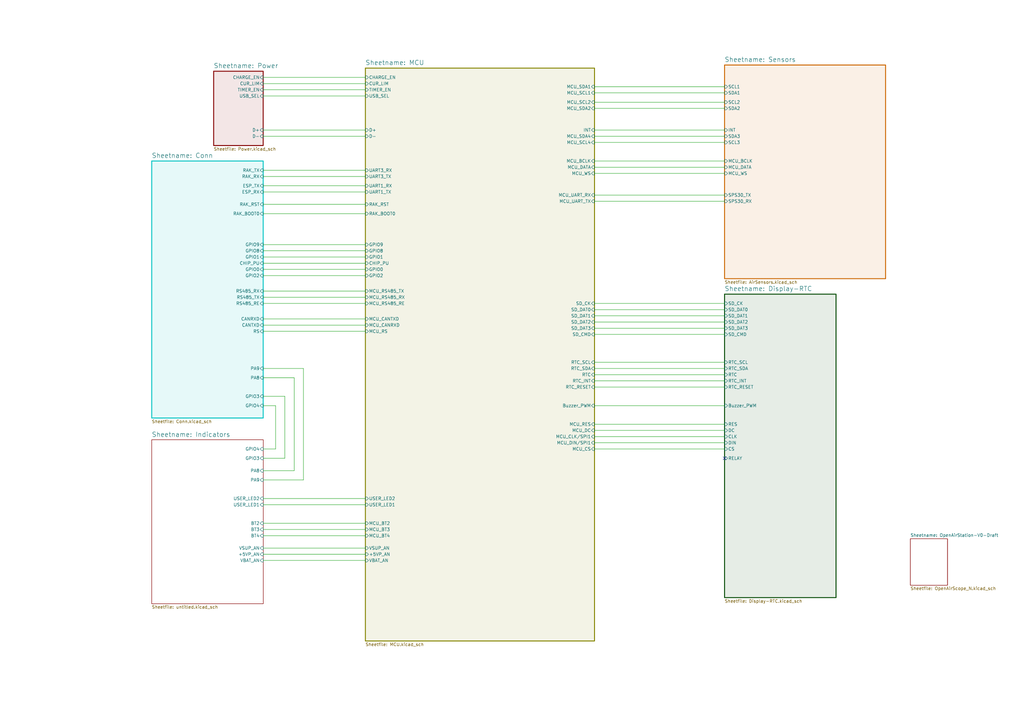
<source format=kicad_sch>
(kicad_sch
	(version 20250114)
	(generator "eeschema")
	(generator_version "9.0")
	(uuid "284addbb-b098-43ee-995a-042fddb126fa")
	(paper "A3")
	(title_block
		(title "OpenAirScope")
		(date "2025-09-08")
		(rev "v0-Draft")
		(company "E.Mert ÇAKIR")
	)
	(lib_symbols)
	(no_connect
		(at 297.18 187.96)
		(uuid "74cff372-f8a5-408e-b146-c478d056f9f6")
	)
	(wire
		(pts
			(xy 107.95 105.41) (xy 149.86 105.41)
		)
		(stroke
			(width 0)
			(type default)
		)
		(uuid "05656e84-364b-4c91-a44b-cb845e824f80")
	)
	(wire
		(pts
			(xy 243.84 35.56) (xy 297.18 35.56)
		)
		(stroke
			(width 0)
			(type default)
		)
		(uuid "064d2e73-092b-4c7a-993b-583017740801")
	)
	(wire
		(pts
			(xy 107.95 107.95) (xy 149.86 107.95)
		)
		(stroke
			(width 0)
			(type default)
		)
		(uuid "1495233b-6d82-47ec-b339-d797277a6e3c")
	)
	(wire
		(pts
			(xy 107.95 121.92) (xy 149.86 121.92)
		)
		(stroke
			(width 0)
			(type default)
		)
		(uuid "150e7878-5f57-497a-871a-6404ee15da64")
	)
	(wire
		(pts
			(xy 243.84 71.12) (xy 297.18 71.12)
		)
		(stroke
			(width 0)
			(type default)
		)
		(uuid "17de69be-c272-46ce-96bb-f961d744abc8")
	)
	(wire
		(pts
			(xy 107.95 227.33) (xy 149.86 227.33)
		)
		(stroke
			(width 0)
			(type default)
		)
		(uuid "185f4ab1-1830-41d5-af71-3b963081fb14")
	)
	(wire
		(pts
			(xy 243.84 176.53) (xy 297.18 176.53)
		)
		(stroke
			(width 0)
			(type default)
		)
		(uuid "1b712850-f7c0-4f93-811c-aff7ddd29e81")
	)
	(wire
		(pts
			(xy 116.84 162.56) (xy 116.84 187.96)
		)
		(stroke
			(width 0)
			(type default)
		)
		(uuid "1c2bfc9b-674d-4c50-86de-a9feafb841f7")
	)
	(wire
		(pts
			(xy 243.84 124.46) (xy 297.18 124.46)
		)
		(stroke
			(width 0)
			(type default)
		)
		(uuid "1caebfe8-8c96-437a-8186-85a7af53d690")
	)
	(wire
		(pts
			(xy 243.84 41.91) (xy 297.18 41.91)
		)
		(stroke
			(width 0)
			(type default)
		)
		(uuid "2425304b-1d65-49b1-944d-c7ae02e9a496")
	)
	(wire
		(pts
			(xy 243.84 127) (xy 297.18 127)
		)
		(stroke
			(width 0)
			(type default)
		)
		(uuid "2acf3575-94d1-4aa3-8db4-3f2939b589d3")
	)
	(wire
		(pts
			(xy 107.95 130.81) (xy 149.86 130.81)
		)
		(stroke
			(width 0)
			(type default)
		)
		(uuid "2f4a500d-4f97-4eed-9a97-c21f97502285")
	)
	(wire
		(pts
			(xy 243.84 80.01) (xy 297.18 80.01)
		)
		(stroke
			(width 0)
			(type default)
		)
		(uuid "3306e773-1317-4283-9a6e-4070857a877d")
	)
	(wire
		(pts
			(xy 243.84 148.59) (xy 297.18 148.59)
		)
		(stroke
			(width 0)
			(type default)
		)
		(uuid "33452fd4-b7d4-40a4-83da-3ce8f181faab")
	)
	(wire
		(pts
			(xy 243.84 184.15) (xy 297.18 184.15)
		)
		(stroke
			(width 0)
			(type default)
		)
		(uuid "3af053ea-caae-489b-848d-9fcafff9e9cf")
	)
	(wire
		(pts
			(xy 120.65 193.04) (xy 107.95 193.04)
		)
		(stroke
			(width 0)
			(type default)
		)
		(uuid "3e0622d8-49d8-482a-a2c1-30957daa73bf")
	)
	(wire
		(pts
			(xy 107.95 229.87) (xy 149.86 229.87)
		)
		(stroke
			(width 0)
			(type default)
		)
		(uuid "40dade51-f86e-4ae5-97c8-20256fc8441a")
	)
	(wire
		(pts
			(xy 243.84 55.88) (xy 297.18 55.88)
		)
		(stroke
			(width 0)
			(type default)
		)
		(uuid "41281a7d-a56a-4c49-b64c-e03172989070")
	)
	(wire
		(pts
			(xy 107.95 83.82) (xy 149.86 83.82)
		)
		(stroke
			(width 0)
			(type default)
		)
		(uuid "4172e6a0-81f3-42ca-bf86-c9b67771901b")
	)
	(wire
		(pts
			(xy 107.95 100.33) (xy 149.86 100.33)
		)
		(stroke
			(width 0)
			(type default)
		)
		(uuid "4c8b1443-c476-4bd5-ab8f-32a12014a2ad")
	)
	(wire
		(pts
			(xy 107.95 162.56) (xy 116.84 162.56)
		)
		(stroke
			(width 0)
			(type default)
		)
		(uuid "51498547-4c8e-4119-ac37-48112881abc6")
	)
	(wire
		(pts
			(xy 243.84 137.16) (xy 297.18 137.16)
		)
		(stroke
			(width 0)
			(type default)
		)
		(uuid "5c44cfb6-b6c9-4b36-a70f-86374f7d5288")
	)
	(wire
		(pts
			(xy 107.95 78.74) (xy 149.86 78.74)
		)
		(stroke
			(width 0)
			(type default)
		)
		(uuid "6340f09e-1fed-45a6-8562-e00f79c1c1f3")
	)
	(wire
		(pts
			(xy 243.84 68.58) (xy 297.18 68.58)
		)
		(stroke
			(width 0)
			(type default)
		)
		(uuid "656ad629-37f4-42ee-ab60-3ce26e804e88")
	)
	(wire
		(pts
			(xy 107.95 204.47) (xy 149.86 204.47)
		)
		(stroke
			(width 0)
			(type default)
		)
		(uuid "6c279d11-9d89-43cc-9413-6cc9624e2177")
	)
	(wire
		(pts
			(xy 107.95 217.17) (xy 149.86 217.17)
		)
		(stroke
			(width 0)
			(type default)
		)
		(uuid "6eb93619-66d2-4784-ba9c-3c5ee1708fe1")
	)
	(wire
		(pts
			(xy 116.84 187.96) (xy 107.95 187.96)
		)
		(stroke
			(width 0)
			(type default)
		)
		(uuid "70ea99be-98d6-4da5-a061-a9c5d879d41b")
	)
	(wire
		(pts
			(xy 107.95 69.85) (xy 149.86 69.85)
		)
		(stroke
			(width 0)
			(type default)
		)
		(uuid "78a9606b-4922-4bbb-8b78-c00d1e417911")
	)
	(wire
		(pts
			(xy 107.95 135.89) (xy 149.86 135.89)
		)
		(stroke
			(width 0)
			(type default)
		)
		(uuid "7a013752-ed30-41ad-ae82-37eb838fa8ce")
	)
	(wire
		(pts
			(xy 243.84 153.67) (xy 297.18 153.67)
		)
		(stroke
			(width 0)
			(type default)
		)
		(uuid "80a185e7-73d9-4007-a068-67a6882e0d35")
	)
	(wire
		(pts
			(xy 107.95 133.35) (xy 149.86 133.35)
		)
		(stroke
			(width 0)
			(type default)
		)
		(uuid "8155d1ff-cf6d-4b67-b9fb-59698db622a4")
	)
	(wire
		(pts
			(xy 113.03 184.15) (xy 107.95 184.15)
		)
		(stroke
			(width 0)
			(type default)
		)
		(uuid "83d1e65a-cda7-46cc-a2cc-7817f47e8b46")
	)
	(wire
		(pts
			(xy 107.95 34.29) (xy 149.86 34.29)
		)
		(stroke
			(width 0)
			(type default)
		)
		(uuid "8874d4d5-5082-4cab-b500-4db9c308293c")
	)
	(wire
		(pts
			(xy 243.84 132.08) (xy 297.18 132.08)
		)
		(stroke
			(width 0)
			(type default)
		)
		(uuid "8a3c4a92-12b4-4b39-a831-ffc78c4552c7")
	)
	(wire
		(pts
			(xy 243.84 129.54) (xy 297.18 129.54)
		)
		(stroke
			(width 0)
			(type default)
		)
		(uuid "8a659b10-66ef-46ac-acf3-6d3e68c4e658")
	)
	(wire
		(pts
			(xy 107.95 36.83) (xy 149.86 36.83)
		)
		(stroke
			(width 0)
			(type default)
		)
		(uuid "8b4dc30e-cc0d-4a31-958b-203fe368f47a")
	)
	(wire
		(pts
			(xy 120.65 154.94) (xy 120.65 193.04)
		)
		(stroke
			(width 0)
			(type default)
		)
		(uuid "8c4c71b3-c137-44e4-ba01-8feee000c4a1")
	)
	(wire
		(pts
			(xy 107.95 72.39) (xy 149.86 72.39)
		)
		(stroke
			(width 0)
			(type default)
		)
		(uuid "8e6689bd-2a29-4d58-b5fb-fca47a2d52bd")
	)
	(wire
		(pts
			(xy 243.84 82.55) (xy 297.18 82.55)
		)
		(stroke
			(width 0)
			(type default)
		)
		(uuid "94716685-e121-4fa7-998b-98d32cc7b56b")
	)
	(wire
		(pts
			(xy 107.95 224.79) (xy 149.86 224.79)
		)
		(stroke
			(width 0)
			(type default)
		)
		(uuid "97857c39-ea2b-4fbc-908f-6d60428e6bdc")
	)
	(wire
		(pts
			(xy 243.84 38.1) (xy 297.18 38.1)
		)
		(stroke
			(width 0)
			(type default)
		)
		(uuid "978915ed-653d-4312-9d3b-6c0f920078e3")
	)
	(wire
		(pts
			(xy 107.95 110.49) (xy 149.86 110.49)
		)
		(stroke
			(width 0)
			(type default)
		)
		(uuid "98a3096c-8e7b-49f9-ba6b-f938a2ce6434")
	)
	(wire
		(pts
			(xy 107.95 39.37) (xy 149.86 39.37)
		)
		(stroke
			(width 0)
			(type default)
		)
		(uuid "9e3ffc97-741b-42f8-8788-f351c6fe572f")
	)
	(wire
		(pts
			(xy 243.84 66.04) (xy 297.18 66.04)
		)
		(stroke
			(width 0)
			(type default)
		)
		(uuid "a0110ff1-dab3-4cde-abf6-681822730f52")
	)
	(wire
		(pts
			(xy 243.84 181.61) (xy 297.18 181.61)
		)
		(stroke
			(width 0)
			(type default)
		)
		(uuid "a4765d1e-daec-4686-a429-c376b0f65dcf")
	)
	(wire
		(pts
			(xy 107.95 76.2) (xy 149.86 76.2)
		)
		(stroke
			(width 0)
			(type default)
		)
		(uuid "a526072b-e9cd-4be4-b369-51034d8fab0e")
	)
	(wire
		(pts
			(xy 107.95 154.94) (xy 120.65 154.94)
		)
		(stroke
			(width 0)
			(type default)
		)
		(uuid "a66b8303-db67-4824-af0f-554de4670ab4")
	)
	(wire
		(pts
			(xy 243.84 173.99) (xy 297.18 173.99)
		)
		(stroke
			(width 0)
			(type default)
		)
		(uuid "a73f22f8-fb1a-4533-9a1e-31072ffec804")
	)
	(wire
		(pts
			(xy 243.84 53.34) (xy 297.18 53.34)
		)
		(stroke
			(width 0)
			(type default)
		)
		(uuid "a9d69193-5cf2-4fee-80db-1d3900f3dde9")
	)
	(wire
		(pts
			(xy 107.95 55.88) (xy 149.86 55.88)
		)
		(stroke
			(width 0)
			(type default)
		)
		(uuid "aef07cc1-0bbd-4af7-a254-ee0185f4ebe0")
	)
	(wire
		(pts
			(xy 243.84 44.45) (xy 297.18 44.45)
		)
		(stroke
			(width 0)
			(type default)
		)
		(uuid "b2212e6c-2d1f-40a1-aead-effb7f575984")
	)
	(wire
		(pts
			(xy 107.95 124.46) (xy 149.86 124.46)
		)
		(stroke
			(width 0)
			(type default)
		)
		(uuid "b34f9ca9-2c71-4028-9f0e-f609688e2272")
	)
	(wire
		(pts
			(xy 243.84 134.62) (xy 297.18 134.62)
		)
		(stroke
			(width 0)
			(type default)
		)
		(uuid "b9d6bee9-4508-4515-aed6-158c44946909")
	)
	(wire
		(pts
			(xy 124.46 196.85) (xy 107.95 196.85)
		)
		(stroke
			(width 0)
			(type default)
		)
		(uuid "ba41e3c9-23d4-459b-b841-61b95188a465")
	)
	(wire
		(pts
			(xy 107.95 53.34) (xy 149.86 53.34)
		)
		(stroke
			(width 0)
			(type default)
		)
		(uuid "bb78c1ef-0d26-44ce-a82c-9c5198941899")
	)
	(wire
		(pts
			(xy 113.03 166.37) (xy 113.03 184.15)
		)
		(stroke
			(width 0)
			(type default)
		)
		(uuid "bfe14690-874c-4d70-8e53-095d3b50aabc")
	)
	(wire
		(pts
			(xy 243.84 151.13) (xy 297.18 151.13)
		)
		(stroke
			(width 0)
			(type default)
		)
		(uuid "c155e967-39b8-4e2e-ac8a-3ce23de218a5")
	)
	(wire
		(pts
			(xy 107.95 207.01) (xy 149.86 207.01)
		)
		(stroke
			(width 0)
			(type default)
		)
		(uuid "c374f1ea-7f19-4a2e-ae5e-61d4b55d44ed")
	)
	(wire
		(pts
			(xy 107.95 219.71) (xy 149.86 219.71)
		)
		(stroke
			(width 0)
			(type default)
		)
		(uuid "c3d327de-7e51-4068-94d3-70c3ea104ec9")
	)
	(wire
		(pts
			(xy 107.95 214.63) (xy 149.86 214.63)
		)
		(stroke
			(width 0)
			(type default)
		)
		(uuid "c5e70dd7-4c30-4364-b53c-4fb76248220b")
	)
	(wire
		(pts
			(xy 107.95 31.75) (xy 149.86 31.75)
		)
		(stroke
			(width 0)
			(type default)
		)
		(uuid "c77ac440-b1b6-40dc-852c-b5b7d09cf34b")
	)
	(wire
		(pts
			(xy 243.84 156.21) (xy 297.18 156.21)
		)
		(stroke
			(width 0)
			(type default)
		)
		(uuid "c876e491-18e3-4e94-bd3b-fa980d154122")
	)
	(wire
		(pts
			(xy 107.95 151.13) (xy 124.46 151.13)
		)
		(stroke
			(width 0)
			(type default)
		)
		(uuid "cde7fd86-96f9-4a61-9e8d-15cbc4bc92c7")
	)
	(wire
		(pts
			(xy 243.84 166.37) (xy 297.18 166.37)
		)
		(stroke
			(width 0)
			(type default)
		)
		(uuid "cea71075-d688-4f90-b9f3-da26a43887bf")
	)
	(wire
		(pts
			(xy 243.84 179.07) (xy 297.18 179.07)
		)
		(stroke
			(width 0)
			(type default)
		)
		(uuid "d046b2c5-e417-4c39-a807-4088341bc556")
	)
	(wire
		(pts
			(xy 243.84 158.75) (xy 297.18 158.75)
		)
		(stroke
			(width 0)
			(type default)
		)
		(uuid "d2d35a39-a56a-4587-9175-58ef54c64923")
	)
	(wire
		(pts
			(xy 243.84 58.42) (xy 297.18 58.42)
		)
		(stroke
			(width 0)
			(type default)
		)
		(uuid "d7d5f2c9-a839-43b9-b3e3-34bd6f676651")
	)
	(wire
		(pts
			(xy 107.95 119.38) (xy 149.86 119.38)
		)
		(stroke
			(width 0)
			(type default)
		)
		(uuid "ded694e9-492b-4139-ab2d-c9d3f61cf862")
	)
	(wire
		(pts
			(xy 107.95 102.87) (xy 149.86 102.87)
		)
		(stroke
			(width 0)
			(type default)
		)
		(uuid "e1dcd32d-acf8-4b8a-9242-8c7dd0c6cb3b")
	)
	(wire
		(pts
			(xy 107.95 113.03) (xy 149.86 113.03)
		)
		(stroke
			(width 0)
			(type default)
		)
		(uuid "ecbe15f0-7b47-4df7-b5fc-87dea2ce806d")
	)
	(wire
		(pts
			(xy 107.95 87.63) (xy 149.86 87.63)
		)
		(stroke
			(width 0)
			(type default)
		)
		(uuid "eda3b937-da05-43ea-82ff-0ed6b97b8588")
	)
	(wire
		(pts
			(xy 107.95 166.37) (xy 113.03 166.37)
		)
		(stroke
			(width 0)
			(type default)
		)
		(uuid "fbf9e2ba-cfc6-4526-a0a7-efea23cd7e7a")
	)
	(wire
		(pts
			(xy 124.46 151.13) (xy 124.46 196.85)
		)
		(stroke
			(width 0)
			(type default)
		)
		(uuid "febef28e-1862-4168-a5a9-41ce0382e2a0")
	)
	(sheet
		(at 149.86 27.94)
		(size 93.98 234.95)
		(exclude_from_sim no)
		(in_bom yes)
		(on_board yes)
		(dnp no)
		(fields_autoplaced yes)
		(stroke
			(width 0.381)
			(type solid)
			(color 132 132 0 1)
		)
		(fill
			(color 132 132 0 0.1000)
		)
		(uuid "0843342f-a866-4a84-93d0-8302bb966744")
		(property "Sheetname" "MCU"
			(at 149.86 26.7966 0)
			(show_name yes)
			(effects
				(font
					(size 1.905 1.905)
				)
				(justify left bottom)
			)
		)
		(property "Sheetfile" "MCU.kicad_sch"
			(at 149.86 263.5889 0)
			(show_name yes)
			(effects
				(font
					(size 1.27 1.27)
				)
				(justify left top)
			)
		)
		(pin "SD_CMD" input
			(at 243.84 137.16 0)
			(uuid "a2b72589-8a8a-4d7f-b2f1-dc800a2db07b")
			(effects
				(font
					(size 1.27 1.27)
				)
				(justify right)
			)
		)
		(pin "TIMER_EN" input
			(at 149.86 36.83 180)
			(uuid "6c04d6a2-a7dc-44f1-aa11-c9f4273636de")
			(effects
				(font
					(size 1.27 1.27)
				)
				(justify left)
			)
		)
		(pin "USB_SEL" input
			(at 149.86 39.37 180)
			(uuid "faf6f679-bd0c-4664-b347-7194865c0683")
			(effects
				(font
					(size 1.27 1.27)
				)
				(justify left)
			)
		)
		(pin "SD_DAT0" input
			(at 243.84 127 0)
			(uuid "216fb367-4146-4527-bdf9-29d9c14b3b51")
			(effects
				(font
					(size 1.27 1.27)
				)
				(justify right)
			)
		)
		(pin "CUR_LIM" input
			(at 149.86 34.29 180)
			(uuid "b21f26f4-4fc5-479c-afc0-e7b6a7733c22")
			(effects
				(font
					(size 1.27 1.27)
				)
				(justify left)
			)
		)
		(pin "SD_DAT1" input
			(at 243.84 129.54 0)
			(uuid "1cb15530-e6b8-49b1-ac51-44e69f30c800")
			(effects
				(font
					(size 1.27 1.27)
				)
				(justify right)
			)
		)
		(pin "CHARGE_EN" input
			(at 149.86 31.75 180)
			(uuid "86c19424-5357-49f9-9171-34ad0dc4d826")
			(effects
				(font
					(size 1.27 1.27)
				)
				(justify left)
			)
		)
		(pin "SD_CK" input
			(at 243.84 124.46 0)
			(uuid "37340b14-3cfa-4216-9013-6c65d568777e")
			(effects
				(font
					(size 1.27 1.27)
				)
				(justify right)
			)
		)
		(pin "SD_DAT2" input
			(at 243.84 132.08 0)
			(uuid "2e42f775-0a90-4d74-aed9-577b5082efc9")
			(effects
				(font
					(size 1.27 1.27)
				)
				(justify right)
			)
		)
		(pin "SD_DAT3" input
			(at 243.84 134.62 0)
			(uuid "5598d298-8939-425b-97aa-92ab8a699563")
			(effects
				(font
					(size 1.27 1.27)
				)
				(justify right)
			)
		)
		(pin "D+" input
			(at 149.86 53.34 180)
			(uuid "91f0eadc-ef71-4dbc-af4a-7742b19ded3f")
			(effects
				(font
					(size 1.27 1.27)
				)
				(justify left)
			)
		)
		(pin "D-" input
			(at 149.86 55.88 180)
			(uuid "b18e7e10-d880-4cae-ab01-e8df29ce2ee1")
			(effects
				(font
					(size 1.27 1.27)
				)
				(justify left)
			)
		)
		(pin "UART3_TX" input
			(at 149.86 72.39 180)
			(uuid "671e9ab3-9086-4caf-9753-596dc4e584a1")
			(effects
				(font
					(size 1.27 1.27)
				)
				(justify left)
			)
		)
		(pin "UART3_RX" input
			(at 149.86 69.85 180)
			(uuid "029ee904-0d5e-4243-900c-2aa18b672a07")
			(effects
				(font
					(size 1.27 1.27)
				)
				(justify left)
			)
		)
		(pin "UART1_RX" input
			(at 149.86 76.2 180)
			(uuid "552fa859-7ae1-489b-aa7f-e683102ca383")
			(effects
				(font
					(size 1.27 1.27)
				)
				(justify left)
			)
		)
		(pin "UART1_TX" input
			(at 149.86 78.74 180)
			(uuid "1c40bbcd-7790-41a3-8843-efa967f5d380")
			(effects
				(font
					(size 1.27 1.27)
				)
				(justify left)
			)
		)
		(pin "RTC_SCL" input
			(at 243.84 148.59 0)
			(uuid "5aefc65d-c810-4d94-ac1e-29293f56c4f5")
			(effects
				(font
					(size 1.27 1.27)
				)
				(justify right)
			)
		)
		(pin "RTC_SDA" input
			(at 243.84 151.13 0)
			(uuid "b401c3f8-3c39-4fd5-8dca-0572caaa6a9f")
			(effects
				(font
					(size 1.27 1.27)
				)
				(justify right)
			)
		)
		(pin "RTC" input
			(at 243.84 153.67 0)
			(uuid "0ee50144-3780-4959-8eaf-fe433136c1c7")
			(effects
				(font
					(size 1.27 1.27)
				)
				(justify right)
			)
		)
		(pin "RTC_INT" input
			(at 243.84 156.21 0)
			(uuid "3ff91a42-4e48-4e43-ae07-1a5860ee6530")
			(effects
				(font
					(size 1.27 1.27)
				)
				(justify right)
			)
		)
		(pin "RTC_RESET" input
			(at 243.84 158.75 0)
			(uuid "62af3b68-1168-43ab-9d8c-59f1dcab0ab3")
			(effects
				(font
					(size 1.27 1.27)
				)
				(justify right)
			)
		)
		(pin "Buzzer_PWM" input
			(at 243.84 166.37 0)
			(uuid "c0773d0e-471f-4d30-9a94-bd5c10419a0c")
			(effects
				(font
					(size 1.27 1.27)
				)
				(justify right)
			)
		)
		(pin "GPIO8" input
			(at 149.86 102.87 180)
			(uuid "06a20ef8-e3e0-4cd4-acf8-3ed3d65e14d8")
			(effects
				(font
					(size 1.27 1.27)
				)
				(justify left)
			)
		)
		(pin "GPIO9" input
			(at 149.86 100.33 180)
			(uuid "ffc71fc5-9cb0-436a-a3a7-d73155f4161d")
			(effects
				(font
					(size 1.27 1.27)
				)
				(justify left)
			)
		)
		(pin "GPIO1" input
			(at 149.86 105.41 180)
			(uuid "c7cc0fd5-f233-4311-9d23-3c4a89bab9fc")
			(effects
				(font
					(size 1.27 1.27)
				)
				(justify left)
			)
		)
		(pin "GPIO2" input
			(at 149.86 113.03 180)
			(uuid "911a7468-02ab-4171-ae5c-dc7dfdcbb7da")
			(effects
				(font
					(size 1.27 1.27)
				)
				(justify left)
			)
		)
		(pin "CHIP_PU" input
			(at 149.86 107.95 180)
			(uuid "ec199cdd-0a4c-479c-a195-f7125345af2e")
			(effects
				(font
					(size 1.27 1.27)
				)
				(justify left)
			)
		)
		(pin "GPIO0" input
			(at 149.86 110.49 180)
			(uuid "449399f0-f1ba-41cc-930e-626451aabbb3")
			(effects
				(font
					(size 1.27 1.27)
				)
				(justify left)
			)
		)
		(pin "MCU_SDA1" input
			(at 243.84 35.56 0)
			(uuid "69f58b5f-026e-4375-9be2-d43f617690e9")
			(effects
				(font
					(size 1.27 1.27)
				)
				(justify right)
			)
		)
		(pin "MCU_SCL2" input
			(at 243.84 41.91 0)
			(uuid "ae1cee15-3591-4fc0-8306-d00f037ea4e0")
			(effects
				(font
					(size 1.27 1.27)
				)
				(justify right)
			)
		)
		(pin "MCU_SDA2" input
			(at 243.84 44.45 0)
			(uuid "3e544ea4-86e5-42cc-aa8e-8c1e7d6c1f01")
			(effects
				(font
					(size 1.27 1.27)
				)
				(justify right)
			)
		)
		(pin "MCU_SCL1" input
			(at 243.84 38.1 0)
			(uuid "c6f6eb4a-3bf4-4470-b891-990b17a2c463")
			(effects
				(font
					(size 1.27 1.27)
				)
				(justify right)
			)
		)
		(pin "USER_LED1" input
			(at 149.86 207.01 180)
			(uuid "e59d851a-a8a6-4800-8a59-372ff3405bcf")
			(effects
				(font
					(size 1.27 1.27)
				)
				(justify left)
			)
		)
		(pin "USER_LED2" input
			(at 149.86 204.47 180)
			(uuid "64e2f35b-73de-49cd-af0a-5ef398a397b6")
			(effects
				(font
					(size 1.27 1.27)
				)
				(justify left)
			)
		)
		(pin "INT" input
			(at 243.84 53.34 0)
			(uuid "c78ef38f-ad88-4bab-852e-f532e6367b80")
			(effects
				(font
					(size 1.27 1.27)
				)
				(justify right)
			)
		)
		(pin "MCU_SDA4" input
			(at 243.84 55.88 0)
			(uuid "c875f7bc-f0bc-4c0e-a9af-3b558a3509f1")
			(effects
				(font
					(size 1.27 1.27)
				)
				(justify right)
			)
		)
		(pin "MCU_SCL4" input
			(at 243.84 58.42 0)
			(uuid "34264dea-d0e8-435d-ab49-941178b92dd7")
			(effects
				(font
					(size 1.27 1.27)
				)
				(justify right)
			)
		)
		(pin "MCU_BCLK" input
			(at 243.84 66.04 0)
			(uuid "30b914af-fdd2-4529-b932-5331f641db8a")
			(effects
				(font
					(size 1.27 1.27)
				)
				(justify right)
			)
		)
		(pin "MCU_WS" input
			(at 243.84 71.12 0)
			(uuid "ba202f4f-da83-479a-82b4-46bbe765dac5")
			(effects
				(font
					(size 1.27 1.27)
				)
				(justify right)
			)
		)
		(pin "MCU_DATA" input
			(at 243.84 68.58 0)
			(uuid "06a17233-98a3-42ba-bb8a-77c700c8d27b")
			(effects
				(font
					(size 1.27 1.27)
				)
				(justify right)
			)
		)
		(pin "MCU_UART_RX" input
			(at 243.84 80.01 0)
			(uuid "b409fd0f-a978-4207-b7a1-56378c5d775e")
			(effects
				(font
					(size 1.27 1.27)
				)
				(justify right)
			)
		)
		(pin "MCU_UART_TX" input
			(at 243.84 82.55 0)
			(uuid "88d8f9fc-c51f-400e-90f6-8b6b61314c7a")
			(effects
				(font
					(size 1.27 1.27)
				)
				(justify right)
			)
		)
		(pin "MCU_CLK{slash}SPI1" input
			(at 243.84 179.07 0)
			(uuid "8449486d-4e98-47b9-9751-3965cdc2d0e7")
			(effects
				(font
					(size 1.27 1.27)
				)
				(justify right)
			)
		)
		(pin "MCU_DIN{slash}SPI1" input
			(at 243.84 181.61 0)
			(uuid "a8ad50be-da4d-45eb-b137-9440c06607b4")
			(effects
				(font
					(size 1.27 1.27)
				)
				(justify right)
			)
		)
		(pin "MCU_CS" input
			(at 243.84 184.15 0)
			(uuid "d7200dfb-5928-458f-b6ec-4e71f333f314")
			(effects
				(font
					(size 1.27 1.27)
				)
				(justify right)
			)
		)
		(pin "MCU_DC" input
			(at 243.84 176.53 0)
			(uuid "ea10d4e2-ac97-4e7a-93d2-4ebbb07de207")
			(effects
				(font
					(size 1.27 1.27)
				)
				(justify right)
			)
		)
		(pin "MCU_RES" input
			(at 243.84 173.99 0)
			(uuid "16630a9e-204a-4e02-a1c9-16c55152c571")
			(effects
				(font
					(size 1.27 1.27)
				)
				(justify right)
			)
		)
		(pin "MCU_BT2" input
			(at 149.86 214.63 180)
			(uuid "6c5bf514-23c6-421b-956a-e100c4ab4586")
			(effects
				(font
					(size 1.27 1.27)
				)
				(justify left)
			)
		)
		(pin "MCU_BT3" input
			(at 149.86 217.17 180)
			(uuid "e3d29808-8474-42a9-9d02-fa3dba121555")
			(effects
				(font
					(size 1.27 1.27)
				)
				(justify left)
			)
		)
		(pin "MCU_BT4" input
			(at 149.86 219.71 180)
			(uuid "af0f84b7-bd11-4971-b258-ec8e4056edbe")
			(effects
				(font
					(size 1.27 1.27)
				)
				(justify left)
			)
		)
		(pin "+5VP_AN" input
			(at 149.86 227.33 180)
			(uuid "293fbd30-261b-4c14-9872-9f0edf4f9249")
			(effects
				(font
					(size 1.27 1.27)
				)
				(justify left)
			)
		)
		(pin "VSUP_AN" input
			(at 149.86 224.79 180)
			(uuid "e50ff68e-b95f-44b3-98ed-41975bcdd5d5")
			(effects
				(font
					(size 1.27 1.27)
				)
				(justify left)
			)
		)
		(pin "VBAT_AN" input
			(at 149.86 229.87 180)
			(uuid "f49e25b1-cfd5-4f97-8b65-72acd14250ba")
			(effects
				(font
					(size 1.27 1.27)
				)
				(justify left)
			)
		)
		(pin "MCU_RS485_TX" input
			(at 149.86 119.38 180)
			(uuid "f55b6f54-2026-4aed-866a-640605624af2")
			(effects
				(font
					(size 1.27 1.27)
				)
				(justify left)
			)
		)
		(pin "MCU_RS485_RX" input
			(at 149.86 121.92 180)
			(uuid "1f6ca7ab-9a01-429d-9ad3-27f2b44b45a0")
			(effects
				(font
					(size 1.27 1.27)
				)
				(justify left)
			)
		)
		(pin "MCU_RS485_RE" input
			(at 149.86 124.46 180)
			(uuid "012685dd-7460-4476-981b-044662ad19a7")
			(effects
				(font
					(size 1.27 1.27)
				)
				(justify left)
			)
		)
		(pin "MCU_RS" input
			(at 149.86 135.89 180)
			(uuid "66494be3-1de9-4b2a-93a4-de166a840c85")
			(effects
				(font
					(size 1.27 1.27)
				)
				(justify left)
			)
		)
		(pin "MCU_CANRXD" input
			(at 149.86 133.35 180)
			(uuid "3ea55e7c-866c-44fc-8fa3-3d5ac9fa2800")
			(effects
				(font
					(size 1.27 1.27)
				)
				(justify left)
			)
		)
		(pin "MCU_CANTXD" input
			(at 149.86 130.81 180)
			(uuid "f666ddc5-3c3c-44da-baee-ede712f92cb8")
			(effects
				(font
					(size 1.27 1.27)
				)
				(justify left)
			)
		)
		(pin "RAK_RST" input
			(at 149.86 83.82 180)
			(uuid "369812f7-a2aa-45e1-abad-eb8f26807227")
			(effects
				(font
					(size 1.27 1.27)
				)
				(justify left)
			)
		)
		(pin "RAK_BOOT0" input
			(at 149.86 87.63 180)
			(uuid "15ab9663-4f3a-4ab9-8054-08b5a5109163")
			(effects
				(font
					(size 1.27 1.27)
				)
				(justify left)
			)
		)
		(instances
			(project "OpenAirScope"
				(path "/284addbb-b098-43ee-995a-042fddb126fa"
					(page "3")
				)
			)
		)
	)
	(sheet
		(at 87.63 29.21)
		(size 20.32 30.48)
		(exclude_from_sim no)
		(in_bom yes)
		(on_board yes)
		(dnp no)
		(fields_autoplaced yes)
		(stroke
			(width 0.381)
			(type solid)
			(color 132 0 0 1)
		)
		(fill
			(color 132 0 0 0.1000)
		)
		(uuid "13f48eb0-9287-43f9-a180-7602385f6b34")
		(property "Sheetname" "Power"
			(at 87.63 28.0666 0)
			(show_name yes)
			(effects
				(font
					(size 1.905 1.905)
				)
				(justify left bottom)
			)
		)
		(property "Sheetfile" "Power.kicad_sch"
			(at 87.63 60.3889 0)
			(show_name yes)
			(effects
				(font
					(size 1.27 1.27)
				)
				(justify left top)
			)
		)
		(pin "CHARGE_EN" input
			(at 107.95 31.75 0)
			(uuid "e8388f5f-cf69-400d-b866-ae655491ef13")
			(effects
				(font
					(size 1.27 1.27)
				)
				(justify right)
			)
		)
		(pin "CUR_LIM" input
			(at 107.95 34.29 0)
			(uuid "81c8c296-5af3-4ab7-a698-199895872ec9")
			(effects
				(font
					(size 1.27 1.27)
				)
				(justify right)
			)
		)
		(pin "D+" input
			(at 107.95 53.34 0)
			(uuid "09933e62-4add-438d-a8a7-f319d5de125e")
			(effects
				(font
					(size 1.27 1.27)
				)
				(justify right)
			)
		)
		(pin "TIMER_EN" input
			(at 107.95 36.83 0)
			(uuid "04fecb54-c6a3-4b12-b93d-a685f364222b")
			(effects
				(font
					(size 1.27 1.27)
				)
				(justify right)
			)
		)
		(pin "D-" input
			(at 107.95 55.88 0)
			(uuid "8fd3f536-64a1-4bac-921e-ddb4b450036e")
			(effects
				(font
					(size 1.27 1.27)
				)
				(justify right)
			)
		)
		(pin "USB_SEL" input
			(at 107.95 39.37 0)
			(uuid "338cbebe-f106-4ad0-9fb4-0b661582a06a")
			(effects
				(font
					(size 1.27 1.27)
				)
				(justify right)
			)
		)
		(instances
			(project "OpenAirScope"
				(path "/284addbb-b098-43ee-995a-042fddb126fa"
					(page "2")
				)
			)
		)
	)
	(sheet
		(at 62.23 66.04)
		(size 45.72 105.41)
		(exclude_from_sim no)
		(in_bom yes)
		(on_board yes)
		(dnp no)
		(fields_autoplaced yes)
		(stroke
			(width 0.381)
			(type solid)
			(color 0 194 194 1)
		)
		(fill
			(color 0 194 194 0.1000)
		)
		(uuid "707bb38c-4ffc-4310-9eb8-22883a2a1be7")
		(property "Sheetname" "Conn"
			(at 62.23 64.8966 0)
			(show_name yes)
			(effects
				(font
					(size 1.905 1.905)
				)
				(justify left bottom)
			)
		)
		(property "Sheetfile" "Conn.kicad_sch"
			(at 62.23 172.1489 0)
			(show_name yes)
			(effects
				(font
					(size 1.27 1.27)
				)
				(justify left top)
			)
		)
		(pin "ESP_RX" input
			(at 107.95 78.74 0)
			(uuid "ff3c0d9d-83fa-482c-a494-e19f62b75e07")
			(effects
				(font
					(size 1.27 1.27)
				)
				(justify right)
			)
		)
		(pin "RAK_TX" input
			(at 107.95 69.85 0)
			(uuid "5f3413b4-294c-4087-8e21-58e5aa640a7d")
			(effects
				(font
					(size 1.27 1.27)
				)
				(justify right)
			)
		)
		(pin "RAK_RX" input
			(at 107.95 72.39 0)
			(uuid "8eb2f0da-beaf-4431-8253-e0f7ee47473a")
			(effects
				(font
					(size 1.27 1.27)
				)
				(justify right)
			)
		)
		(pin "ESP_TX" input
			(at 107.95 76.2 0)
			(uuid "8084b418-97b5-4cd2-9340-36069a4c9594")
			(effects
				(font
					(size 1.27 1.27)
				)
				(justify right)
			)
		)
		(pin "GPIO9" input
			(at 107.95 100.33 0)
			(uuid "30bd343b-2126-44cb-9e95-55bafa47358b")
			(effects
				(font
					(size 1.27 1.27)
				)
				(justify right)
			)
		)
		(pin "GPIO8" input
			(at 107.95 102.87 0)
			(uuid "eada8808-7490-4a00-a467-01d824ddb16d")
			(effects
				(font
					(size 1.27 1.27)
				)
				(justify right)
			)
		)
		(pin "GPIO1" input
			(at 107.95 105.41 0)
			(uuid "a7186bfb-fb04-4c04-b2cf-da69f30d0baa")
			(effects
				(font
					(size 1.27 1.27)
				)
				(justify right)
			)
		)
		(pin "GPIO4" input
			(at 107.95 166.37 0)
			(uuid "25b3959d-53d4-41ea-8f65-37c30fde7b19")
			(effects
				(font
					(size 1.27 1.27)
				)
				(justify right)
			)
		)
		(pin "GPIO3" input
			(at 107.95 162.56 0)
			(uuid "72bad45a-976f-46a2-a62c-584fa5db83ce")
			(effects
				(font
					(size 1.27 1.27)
				)
				(justify right)
			)
		)
		(pin "CHIP_PU" input
			(at 107.95 107.95 0)
			(uuid "c3e55e4f-20a8-43fe-8ccb-a6d8f3fa6d2f")
			(effects
				(font
					(size 1.27 1.27)
				)
				(justify right)
			)
		)
		(pin "GPIO0" input
			(at 107.95 110.49 0)
			(uuid "2ee3483b-bf7c-4f3e-9479-3d771fbb12fd")
			(effects
				(font
					(size 1.27 1.27)
				)
				(justify right)
			)
		)
		(pin "GPIO2" input
			(at 107.95 113.03 0)
			(uuid "c18e38cd-a689-478e-8067-7de2ef28e819")
			(effects
				(font
					(size 1.27 1.27)
				)
				(justify right)
			)
		)
		(pin "PA9" input
			(at 107.95 151.13 0)
			(uuid "878d533b-6db5-489d-8301-942b8d9a90af")
			(effects
				(font
					(size 1.27 1.27)
				)
				(justify right)
			)
		)
		(pin "PA8" input
			(at 107.95 154.94 0)
			(uuid "85178d3f-362f-49a3-b61d-46f37df06c23")
			(effects
				(font
					(size 1.27 1.27)
				)
				(justify right)
			)
		)
		(pin "RS485_RX" input
			(at 107.95 119.38 0)
			(uuid "45cefd70-b3e1-4ed3-9292-cacb859c0a1e")
			(effects
				(font
					(size 1.27 1.27)
				)
				(justify right)
			)
		)
		(pin "RS485_RE" input
			(at 107.95 124.46 0)
			(uuid "f9fe2199-2c21-455a-82e2-31ff4c3d9371")
			(effects
				(font
					(size 1.27 1.27)
				)
				(justify right)
			)
		)
		(pin "RS485_TX" input
			(at 107.95 121.92 0)
			(uuid "1a015ed8-2f18-47ea-919e-9312324d477e")
			(effects
				(font
					(size 1.27 1.27)
				)
				(justify right)
			)
		)
		(pin "CANRXD" input
			(at 107.95 130.81 0)
			(uuid "aefa0127-687d-48ad-a687-845b18ea07b4")
			(effects
				(font
					(size 1.27 1.27)
				)
				(justify right)
			)
		)
		(pin "RS" input
			(at 107.95 135.89 0)
			(uuid "1dbda72d-f971-444f-b5f9-c783618a1f55")
			(effects
				(font
					(size 1.27 1.27)
				)
				(justify right)
			)
		)
		(pin "CANTXD" input
			(at 107.95 133.35 0)
			(uuid "10f3b8d8-dfb5-4805-a8e0-29d2201ea952")
			(effects
				(font
					(size 1.27 1.27)
				)
				(justify right)
			)
		)
		(pin "RAK_RST" input
			(at 107.95 83.82 0)
			(uuid "a600be35-bb19-4859-8d7c-bb71cb4cfeed")
			(effects
				(font
					(size 1.27 1.27)
				)
				(justify right)
			)
		)
		(pin "RAK_BOOT0" input
			(at 107.95 87.63 0)
			(uuid "4fe72108-aee7-4f1d-bd6f-88aea81b7383")
			(effects
				(font
					(size 1.27 1.27)
				)
				(justify right)
			)
		)
		(instances
			(project "OpenAirScope"
				(path "/284addbb-b098-43ee-995a-042fddb126fa"
					(page "4")
				)
			)
		)
	)
	(sheet
		(at 297.18 26.67)
		(size 66.04 87.63)
		(exclude_from_sim no)
		(in_bom yes)
		(on_board yes)
		(dnp no)
		(fields_autoplaced yes)
		(stroke
			(width 0.381)
			(type solid)
			(color 204 102 0 1)
		)
		(fill
			(color 204 102 0 0.1000)
		)
		(uuid "9769b1c9-331c-4926-8ccb-0dfa1f6f54e5")
		(property "Sheetname" "Sensors"
			(at 297.18 25.5266 0)
			(show_name yes)
			(effects
				(font
					(size 1.905 1.905)
				)
				(justify left bottom)
			)
		)
		(property "Sheetfile" "AirSensors.kicad_sch"
			(at 297.18 114.9989 0)
			(show_name yes)
			(effects
				(font
					(size 1.27 1.27)
				)
				(justify left top)
			)
		)
		(pin "SCL2" input
			(at 297.18 41.91 180)
			(uuid "1ceba0d6-3f29-443d-95f5-7bfefe598308")
			(effects
				(font
					(size 1.27 1.27)
				)
				(justify left)
			)
		)
		(pin "SCL1" input
			(at 297.18 35.56 180)
			(uuid "aa8e0bd3-27ce-40f9-871f-ee19b83c2b4c")
			(effects
				(font
					(size 1.27 1.27)
				)
				(justify left)
			)
		)
		(pin "SDA2" input
			(at 297.18 44.45 180)
			(uuid "5adb5322-a0db-401a-8b4e-50c758cdc830")
			(effects
				(font
					(size 1.27 1.27)
				)
				(justify left)
			)
		)
		(pin "SDA1" input
			(at 297.18 38.1 180)
			(uuid "1a6f1f13-6dcf-4849-a3bf-bdd56dbd35f8")
			(effects
				(font
					(size 1.27 1.27)
				)
				(justify left)
			)
		)
		(pin "SCL3" input
			(at 297.18 58.42 180)
			(uuid "b9a8a75b-0ca3-4311-932c-4b12fab0383e")
			(effects
				(font
					(size 1.27 1.27)
				)
				(justify left)
			)
		)
		(pin "INT" input
			(at 297.18 53.34 180)
			(uuid "d676d783-1650-4996-9562-5117fa5e3888")
			(effects
				(font
					(size 1.27 1.27)
				)
				(justify left)
			)
		)
		(pin "SDA3" input
			(at 297.18 55.88 180)
			(uuid "a5e118b8-5fdd-4617-b6ae-754f0b21e1d4")
			(effects
				(font
					(size 1.27 1.27)
				)
				(justify left)
			)
		)
		(pin "MCU_DATA" input
			(at 297.18 68.58 180)
			(uuid "8a17ee9a-32a7-4872-a23b-d8f78b4f1454")
			(effects
				(font
					(size 1.27 1.27)
				)
				(justify left)
			)
		)
		(pin "MCU_WS" input
			(at 297.18 71.12 180)
			(uuid "a8e974e7-a375-44d8-bc9a-30ceb8dd24bf")
			(effects
				(font
					(size 1.27 1.27)
				)
				(justify left)
			)
		)
		(pin "SPS30_RX" input
			(at 297.18 82.55 180)
			(uuid "caaac910-31b6-472c-860f-0c3269ffb407")
			(effects
				(font
					(size 1.27 1.27)
				)
				(justify left)
			)
		)
		(pin "SPS30_TX" input
			(at 297.18 80.01 180)
			(uuid "b41ce0fc-3e4c-4e2f-a6fa-8b6a5e021f54")
			(effects
				(font
					(size 1.27 1.27)
				)
				(justify left)
			)
		)
		(pin "MCU_BCLK" input
			(at 297.18 66.04 180)
			(uuid "aa903e17-966c-4009-a7cd-f20c35fba7d9")
			(effects
				(font
					(size 1.27 1.27)
				)
				(justify left)
			)
		)
		(instances
			(project "OpenAirScope"
				(path "/284addbb-b098-43ee-995a-042fddb126fa"
					(page "5")
				)
			)
		)
	)
	(sheet
		(at 297.18 120.65)
		(size 45.72 124.46)
		(exclude_from_sim no)
		(in_bom yes)
		(on_board yes)
		(dnp no)
		(fields_autoplaced yes)
		(stroke
			(width 0.381)
			(type solid)
			(color 0 72 0 1)
		)
		(fill
			(color 0 72 0 0.1000)
		)
		(uuid "d7aa0122-6b3a-4516-b9e9-5def2eb68d1c")
		(property "Sheetname" "Display-RTC"
			(at 297.18 119.5066 0)
			(show_name yes)
			(effects
				(font
					(size 1.905 1.905)
				)
				(justify left bottom)
			)
		)
		(property "Sheetfile" "Display-RTC.kicad_sch"
			(at 297.18 245.8089 0)
			(show_name yes)
			(effects
				(font
					(size 1.27 1.27)
				)
				(justify left top)
			)
		)
		(pin "SD_CK" input
			(at 297.18 124.46 180)
			(uuid "f8c98322-fb42-4047-bb14-e163bdd65cc0")
			(effects
				(font
					(size 1.27 1.27)
				)
				(justify left)
			)
		)
		(pin "SD_DAT1" input
			(at 297.18 129.54 180)
			(uuid "1d39c449-33c9-4292-8208-fa76f0873441")
			(effects
				(font
					(size 1.27 1.27)
				)
				(justify left)
			)
		)
		(pin "SD_DAT2" input
			(at 297.18 132.08 180)
			(uuid "bcf48e0e-df31-4ce9-8c5a-b3bb82ac1407")
			(effects
				(font
					(size 1.27 1.27)
				)
				(justify left)
			)
		)
		(pin "SD_DAT0" input
			(at 297.18 127 180)
			(uuid "9b9b0b40-5178-4203-ac6a-46fbe73fe34c")
			(effects
				(font
					(size 1.27 1.27)
				)
				(justify left)
			)
		)
		(pin "SD_DAT3" input
			(at 297.18 134.62 180)
			(uuid "5ec1a194-b967-4b11-8257-69764dc3bcb3")
			(effects
				(font
					(size 1.27 1.27)
				)
				(justify left)
			)
		)
		(pin "SD_CMD" input
			(at 297.18 137.16 180)
			(uuid "7a730fd2-3b00-47e0-b0f5-1dbbee338ee8")
			(effects
				(font
					(size 1.27 1.27)
				)
				(justify left)
			)
		)
		(pin "RTC_SDA" input
			(at 297.18 151.13 180)
			(uuid "3c7fc6b4-e252-4a4f-abf9-c83fd6a5e07c")
			(effects
				(font
					(size 1.27 1.27)
				)
				(justify left)
			)
		)
		(pin "RTC" input
			(at 297.18 153.67 180)
			(uuid "6b218a54-70d8-4b30-b27c-b9aed8f761ed")
			(effects
				(font
					(size 1.27 1.27)
				)
				(justify left)
			)
		)
		(pin "RTC_INT" input
			(at 297.18 156.21 180)
			(uuid "aa5f3e23-6452-49ac-a4a9-f92b7e5ee859")
			(effects
				(font
					(size 1.27 1.27)
				)
				(justify left)
			)
		)
		(pin "RTC_RESET" input
			(at 297.18 158.75 180)
			(uuid "ab97d4cd-d417-4221-b48b-2745becfc61c")
			(effects
				(font
					(size 1.27 1.27)
				)
				(justify left)
			)
		)
		(pin "RTC_SCL" input
			(at 297.18 148.59 180)
			(uuid "542f4043-0953-4c32-ba41-3b6d46a4b732")
			(effects
				(font
					(size 1.27 1.27)
				)
				(justify left)
			)
		)
		(pin "Buzzer_PWM" input
			(at 297.18 166.37 180)
			(uuid "d4542e95-f923-4330-b4d6-3bbd0abaee22")
			(effects
				(font
					(size 1.27 1.27)
				)
				(justify left)
			)
		)
		(pin "RES" input
			(at 297.18 173.99 180)
			(uuid "020b32f7-e1f2-46e6-be5e-6f16ebde7482")
			(effects
				(font
					(size 1.27 1.27)
				)
				(justify left)
			)
		)
		(pin "DC" input
			(at 297.18 176.53 180)
			(uuid "7d0b06d1-0451-47f0-94d5-be3e7de0c5ea")
			(effects
				(font
					(size 1.27 1.27)
				)
				(justify left)
			)
		)
		(pin "CLK" input
			(at 297.18 179.07 180)
			(uuid "de622118-4f17-4b9f-bea3-cb6fdf40f059")
			(effects
				(font
					(size 1.27 1.27)
				)
				(justify left)
			)
		)
		(pin "DIN" input
			(at 297.18 181.61 180)
			(uuid "8fe86ac3-22ee-4d2d-a300-00f2d7a6ec58")
			(effects
				(font
					(size 1.27 1.27)
				)
				(justify left)
			)
		)
		(pin "CS" input
			(at 297.18 184.15 180)
			(uuid "6f759fcf-a951-464c-9063-de81606a1440")
			(effects
				(font
					(size 1.27 1.27)
				)
				(justify left)
			)
		)
		(pin "RELAY" input
			(at 297.18 187.96 180)
			(uuid "3a5b7883-538c-4c4c-804a-0eac1c044b4f")
			(effects
				(font
					(size 1.27 1.27)
				)
				(justify left)
			)
		)
		(instances
			(project "OpenAirScope"
				(path "/284addbb-b098-43ee-995a-042fddb126fa"
					(page "6")
				)
			)
		)
	)
	(sheet
		(at 373.38 220.98)
		(size 15.24 19.05)
		(exclude_from_sim no)
		(in_bom yes)
		(on_board yes)
		(dnp no)
		(fields_autoplaced yes)
		(stroke
			(width 0.1524)
			(type solid)
		)
		(fill
			(color 0 0 0 0.0000)
		)
		(uuid "db6ddb56-8323-4ac0-82d9-4516ce99d2d0")
		(property "Sheetname" "OpenAirStation-V0-Draft"
			(at 373.38 220.2684 0)
			(show_name yes)
			(effects
				(font
					(size 1.27 1.27)
				)
				(justify left bottom)
			)
		)
		(property "Sheetfile" "OpenAirScope_N.kicad_sch"
			(at 373.38 240.6146 0)
			(show_name yes)
			(effects
				(font
					(size 1.27 1.27)
				)
				(justify left top)
			)
		)
		(instances
			(project "OpenAirScope"
				(path "/284addbb-b098-43ee-995a-042fddb126fa"
					(page "1")
				)
			)
		)
	)
	(sheet
		(at 62.23 180.34)
		(size 45.72 67.31)
		(exclude_from_sim no)
		(in_bom yes)
		(on_board yes)
		(dnp no)
		(fields_autoplaced yes)
		(stroke
			(width 0.1524)
			(type solid)
		)
		(fill
			(color 0 0 0 0.0000)
		)
		(uuid "e0ebc876-bf00-49ae-8a0d-77b8f7191d09")
		(property "Sheetname" "Indicators"
			(at 62.23 179.3109 0)
			(show_name yes)
			(effects
				(font
					(size 1.905 1.905)
				)
				(justify left bottom)
			)
		)
		(property "Sheetfile" "untitled.kicad_sch"
			(at 62.23 248.2346 0)
			(show_name yes)
			(effects
				(font
					(size 1.27 1.27)
				)
				(justify left top)
			)
		)
		(pin "GPIO3" input
			(at 107.95 187.96 0)
			(uuid "a67d184d-14ee-4eae-b2c0-3466d0079f0b")
			(effects
				(font
					(size 1.27 1.27)
				)
				(justify right)
			)
		)
		(pin "GPIO4" input
			(at 107.95 184.15 0)
			(uuid "3b0e51c4-869f-4675-9706-f431839c6d92")
			(effects
				(font
					(size 1.27 1.27)
				)
				(justify right)
			)
		)
		(pin "USER_LED2" input
			(at 107.95 204.47 0)
			(uuid "f95374bc-6106-4599-9a90-c699f43f0a00")
			(effects
				(font
					(size 1.27 1.27)
				)
				(justify right)
			)
		)
		(pin "USER_LED1" input
			(at 107.95 207.01 0)
			(uuid "2d419303-4df7-4ed3-97dc-8bf5a1809683")
			(effects
				(font
					(size 1.27 1.27)
				)
				(justify right)
			)
		)
		(pin "PA9" input
			(at 107.95 196.85 0)
			(uuid "49a63900-b1fd-4027-85bb-62e951980134")
			(effects
				(font
					(size 1.27 1.27)
				)
				(justify right)
			)
		)
		(pin "PA8" input
			(at 107.95 193.04 0)
			(uuid "88bcf251-0a95-4f06-9c94-ead956383aed")
			(effects
				(font
					(size 1.27 1.27)
				)
				(justify right)
			)
		)
		(pin "BT3" input
			(at 107.95 217.17 0)
			(uuid "4c6c6c9a-b658-43f2-9f47-7c6f6e215cf0")
			(effects
				(font
					(size 1.27 1.27)
				)
				(justify right)
			)
		)
		(pin "BT4" input
			(at 107.95 219.71 0)
			(uuid "5988a28b-2fd6-4bab-b6b7-8792ecc832fe")
			(effects
				(font
					(size 1.27 1.27)
				)
				(justify right)
			)
		)
		(pin "BT2" input
			(at 107.95 214.63 0)
			(uuid "eb8380f5-5aa1-44dd-a5ae-3e82142e3853")
			(effects
				(font
					(size 1.27 1.27)
				)
				(justify right)
			)
		)
		(pin "VSUP_AN" input
			(at 107.95 224.79 0)
			(uuid "f8ba24cc-f6c7-4aa7-bb0b-9c49dd4544fa")
			(effects
				(font
					(size 1.27 1.27)
				)
				(justify right)
			)
		)
		(pin "+5VP_AN" input
			(at 107.95 227.33 0)
			(uuid "596696f2-c5f2-426e-97a7-6edf24c2c8ce")
			(effects
				(font
					(size 1.27 1.27)
				)
				(justify right)
			)
		)
		(pin "VBAT_AN" input
			(at 107.95 229.87 0)
			(uuid "34262c75-1af1-47b7-a38f-839e22646c81")
			(effects
				(font
					(size 1.27 1.27)
				)
				(justify right)
			)
		)
		(instances
			(project "OpenAirScope"
				(path "/284addbb-b098-43ee-995a-042fddb126fa"
					(page "7")
				)
			)
		)
	)
	(sheet_instances
		(path "/"
			(page "1")
		)
	)
	(embedded_fonts no)
)

</source>
